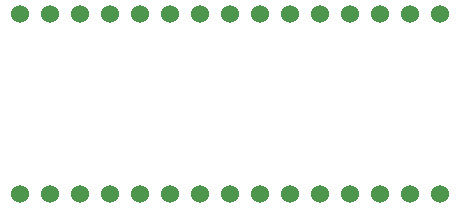
<source format=gbr>
G04 #@! TF.GenerationSoftware,KiCad,Pcbnew,5.1.4-e60b266~84~ubuntu18.04.1*
G04 #@! TF.CreationDate,2019-08-26T09:48:33-06:00*
G04 #@! TF.ProjectId,NANO33IoTV2.0,4e414e4f-3333-4496-9f54-56322e302e6b,rev?*
G04 #@! TF.SameCoordinates,Original*
G04 #@! TF.FileFunction,Copper,L4,Bot*
G04 #@! TF.FilePolarity,Positive*
%FSLAX46Y46*%
G04 Gerber Fmt 4.6, Leading zero omitted, Abs format (unit mm)*
G04 Created by KiCad (PCBNEW 5.1.4-e60b266~84~ubuntu18.04.1) date 2019-08-26 09:48:33*
%MOMM*%
%LPD*%
G04 APERTURE LIST*
%ADD10C,1.524000*%
G04 APERTURE END LIST*
D10*
X165871100Y-110083600D03*
X163331100Y-110083600D03*
X160791100Y-110083600D03*
X158251100Y-110083600D03*
X155711100Y-110083600D03*
X153171100Y-110083600D03*
X150631100Y-110083600D03*
X148091100Y-110083600D03*
X145551100Y-110083600D03*
X143011100Y-110083600D03*
X140471100Y-110083600D03*
X137931100Y-110083600D03*
X135391100Y-110083600D03*
X132851100Y-110083600D03*
X130311100Y-110083600D03*
X130311100Y-94843600D03*
X132851100Y-94843600D03*
X135391100Y-94843600D03*
X137931100Y-94843600D03*
X140471100Y-94843600D03*
X143011100Y-94843600D03*
X145551100Y-94843600D03*
X148091100Y-94843600D03*
X150631100Y-94843600D03*
X153171100Y-94843600D03*
X155711100Y-94843600D03*
X158251100Y-94843600D03*
X160791100Y-94843600D03*
X163331100Y-94843600D03*
X165871100Y-94843600D03*
M02*

</source>
